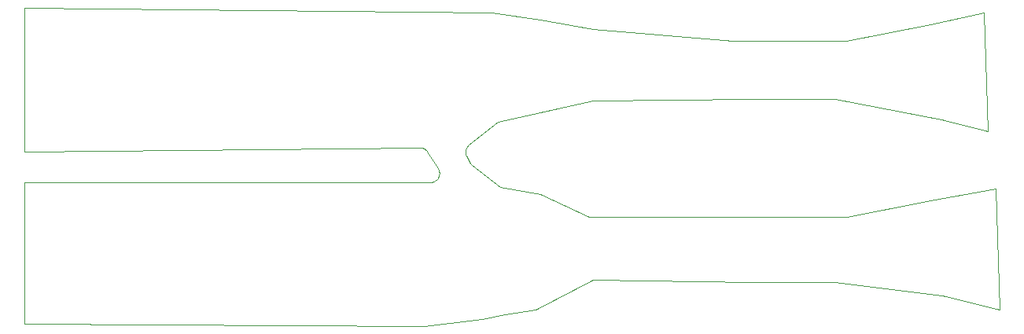
<source format=gko>
%MOIN*%
%OFA0B0*%
%FSLAX36Y36*%
%IPPOS*%
%LPD*%
%ADD10C,0*%
D10*
X001742407Y000874616D02*
X001742407Y000874616D01*
X001744364Y000874567D01*
X001746315Y000874421D01*
X001748257Y000874179D01*
X001750184Y000873840D01*
X001752092Y000873406D01*
X001753976Y000872877D01*
X001755832Y000872256D01*
X001757654Y000871543D01*
X001759439Y000870741D01*
X001761181Y000869851D01*
X001762878Y000868875D01*
X001764523Y000867817D01*
X001766114Y000866678D01*
X001767647Y000865461D01*
X001769117Y000864169D01*
X001770521Y000862807D01*
X001771856Y000861376D01*
X001773118Y000859880D01*
X001774304Y000858324D01*
X001775411Y000856710D01*
X001820220Y000787813D01*
X001822331Y000784152D01*
X001824036Y000780287D01*
X001825318Y000776261D01*
X001826161Y000772120D01*
X001826555Y000767913D01*
X001826497Y000763689D01*
X001825985Y000759495D01*
X001825028Y000755379D01*
X001823634Y000751390D01*
X001821822Y000747574D01*
X001819611Y000743973D01*
X001817026Y000740631D01*
X001814099Y000737584D01*
X001810861Y000734869D01*
X001807352Y000732516D01*
X001803610Y000730553D01*
X001799680Y000729003D01*
X001795606Y000727882D01*
X001791436Y000727204D01*
X001787216Y000726978D01*
X000067910Y000726978D01*
X000067910Y000126584D01*
X001760823Y000116742D01*
X002007161Y000146845D01*
X002105311Y000165954D01*
X002233264Y000185639D01*
X002479327Y000313592D01*
X003148618Y000303749D01*
X003503937Y000303749D01*
X003956692Y000246062D01*
X004202755Y000187007D01*
X004183070Y000698818D01*
X003907480Y000649606D01*
X003553149Y000580708D01*
X002460629Y000580708D01*
X002253937Y000677765D01*
X002085626Y000707293D01*
X001965227Y000799143D01*
X001964503Y000799709D01*
X001963793Y000800291D01*
X001963096Y000800890D01*
X001962414Y000801505D01*
X001961746Y000802135D01*
X001961093Y000802781D01*
X001960456Y000803442D01*
X001959833Y000804118D01*
X001959227Y000804808D01*
X001958637Y000805512D01*
X001958064Y000806229D01*
X001957508Y000806960D01*
X001956968Y000807703D01*
X001956447Y000808459D01*
X001955943Y000809227D01*
X001955457Y000810006D01*
X001954989Y000810797D01*
X001954540Y000811598D01*
X001954110Y000812410D01*
X001953699Y000813231D01*
X001941382Y000838564D01*
X001940302Y000840992D01*
X001939387Y000843488D01*
X001938643Y000846039D01*
X001938073Y000848635D01*
X001937679Y000851263D01*
X001937464Y000853912D01*
X001937427Y000856569D01*
X001937571Y000859223D01*
X001937892Y000861861D01*
X001938391Y000864472D01*
X001939065Y000867043D01*
X001939911Y000869562D01*
X001940925Y000872019D01*
X001942103Y000874401D01*
X001943438Y000876699D01*
X001944926Y000878901D01*
X001946558Y000880999D01*
X001948329Y000882981D01*
X001950229Y000884839D01*
X001952250Y000886565D01*
X002074803Y000984251D01*
X002479327Y001071466D01*
X003148618Y001081308D01*
X003502949Y001081308D01*
X003955705Y000992726D01*
X004152555Y000943513D01*
X004132870Y001445482D01*
X003906492Y001396269D01*
X003552162Y001327371D01*
X003069878Y001327371D01*
X002479327Y001376584D01*
X002252949Y001415954D01*
X002046256Y001445482D01*
X000067910Y001465167D01*
X000067910Y000854931D01*
X001741138Y000874616D01*
X001742407Y000874616D01*
M02*
</source>
